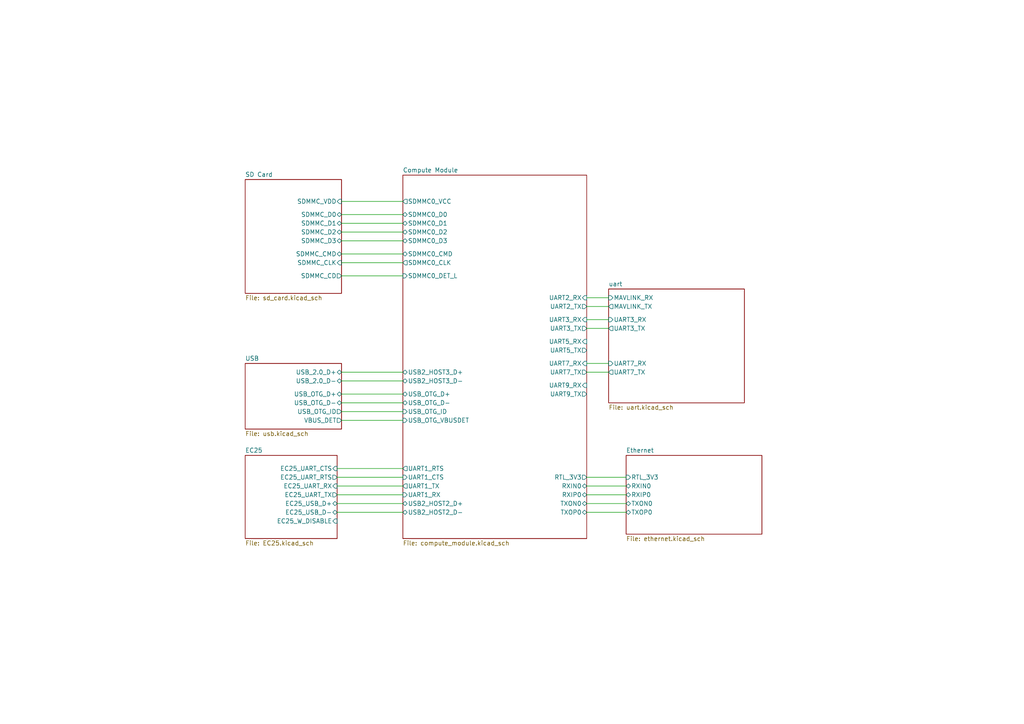
<source format=kicad_sch>
(kicad_sch
	(version 20250114)
	(generator "eeschema")
	(generator_version "9.0")
	(uuid "ebd96e19-6f65-4022-a6da-be26c0716f8e")
	(paper "A4")
	(title_block
		(title "LTE Link")
		(rev "v0.1")
		(company "UBCO Aerospace")
		(comment 1 "Author: Felix Perron")
	)
	(lib_symbols)
	(wire
		(pts
			(xy 170.18 146.05) (xy 181.61 146.05)
		)
		(stroke
			(width 0)
			(type default)
		)
		(uuid "06a38d7e-f5ce-44a3-aec4-c3b375b1b126")
	)
	(wire
		(pts
			(xy 170.18 143.51) (xy 181.61 143.51)
		)
		(stroke
			(width 0)
			(type default)
		)
		(uuid "08744144-be5e-407c-9b4a-1c04a3507dc3")
	)
	(wire
		(pts
			(xy 97.79 143.51) (xy 116.84 143.51)
		)
		(stroke
			(width 0)
			(type default)
		)
		(uuid "09c969a9-0bcf-4e01-b1ac-3c86c0cd9b6f")
	)
	(wire
		(pts
			(xy 99.06 121.92) (xy 116.84 121.92)
		)
		(stroke
			(width 0)
			(type default)
		)
		(uuid "166ef8d7-44e3-402a-98c7-cc3424922b2d")
	)
	(wire
		(pts
			(xy 99.06 67.31) (xy 116.84 67.31)
		)
		(stroke
			(width 0)
			(type default)
		)
		(uuid "221c082c-2caf-4784-bc1c-391decb81d57")
	)
	(wire
		(pts
			(xy 99.06 73.66) (xy 116.84 73.66)
		)
		(stroke
			(width 0)
			(type default)
		)
		(uuid "22c5ba2f-c58a-49ea-8844-d4ebc16034f3")
	)
	(wire
		(pts
			(xy 99.06 116.84) (xy 116.84 116.84)
		)
		(stroke
			(width 0)
			(type default)
		)
		(uuid "29486345-e455-42a1-89cf-1ba53321d22f")
	)
	(wire
		(pts
			(xy 170.18 148.59) (xy 181.61 148.59)
		)
		(stroke
			(width 0)
			(type default)
		)
		(uuid "2baef637-b44b-4021-8dbc-05069f55ae43")
	)
	(wire
		(pts
			(xy 99.06 107.95) (xy 116.84 107.95)
		)
		(stroke
			(width 0)
			(type default)
		)
		(uuid "2e0eaf9a-5a7e-4295-8e0b-55808dce13c5")
	)
	(wire
		(pts
			(xy 99.06 58.42) (xy 116.84 58.42)
		)
		(stroke
			(width 0)
			(type default)
		)
		(uuid "3073b4db-356a-45b8-85f6-54c3da59006c")
	)
	(wire
		(pts
			(xy 170.18 86.36) (xy 176.53 86.36)
		)
		(stroke
			(width 0)
			(type default)
		)
		(uuid "33bcb449-d9dd-439d-9f56-5a3269e5184f")
	)
	(wire
		(pts
			(xy 99.06 76.2) (xy 116.84 76.2)
		)
		(stroke
			(width 0)
			(type default)
		)
		(uuid "4bb7a6f4-684e-4363-a3e1-a5f2cec40819")
	)
	(wire
		(pts
			(xy 99.06 64.77) (xy 116.84 64.77)
		)
		(stroke
			(width 0)
			(type default)
		)
		(uuid "5f46b98b-f367-4a26-a063-fab083d45b73")
	)
	(wire
		(pts
			(xy 99.06 119.38) (xy 116.84 119.38)
		)
		(stroke
			(width 0)
			(type default)
		)
		(uuid "65d92459-487d-4651-ab72-68ecdc3d0e6a")
	)
	(wire
		(pts
			(xy 99.06 80.01) (xy 116.84 80.01)
		)
		(stroke
			(width 0)
			(type default)
		)
		(uuid "6afcb833-8431-409b-957e-fd68fec3beaa")
	)
	(wire
		(pts
			(xy 170.18 138.43) (xy 181.61 138.43)
		)
		(stroke
			(width 0)
			(type default)
		)
		(uuid "6df94575-2c44-4840-833a-cf7cc06c6fd6")
	)
	(wire
		(pts
			(xy 97.79 135.89) (xy 116.84 135.89)
		)
		(stroke
			(width 0)
			(type default)
		)
		(uuid "92eeab8d-5830-47fe-bb6a-6f82ecc219ac")
	)
	(wire
		(pts
			(xy 170.18 88.9) (xy 176.53 88.9)
		)
		(stroke
			(width 0)
			(type default)
		)
		(uuid "9a0755ff-f09a-4d12-a013-2c9824c8121f")
	)
	(wire
		(pts
			(xy 97.79 146.05) (xy 116.84 146.05)
		)
		(stroke
			(width 0)
			(type default)
		)
		(uuid "9c1e5673-4b7d-428a-95b5-fd4900cab188")
	)
	(wire
		(pts
			(xy 99.06 114.3) (xy 116.84 114.3)
		)
		(stroke
			(width 0)
			(type default)
		)
		(uuid "9ce30a83-4879-4124-80e0-b1805b59df34")
	)
	(wire
		(pts
			(xy 97.79 148.59) (xy 116.84 148.59)
		)
		(stroke
			(width 0)
			(type default)
		)
		(uuid "9db745fd-b9f4-47aa-9800-4d42e868d08d")
	)
	(wire
		(pts
			(xy 97.79 140.97) (xy 116.84 140.97)
		)
		(stroke
			(width 0)
			(type default)
		)
		(uuid "a117e388-8bfc-4f54-8b0b-c92d445139a1")
	)
	(wire
		(pts
			(xy 170.18 105.41) (xy 176.53 105.41)
		)
		(stroke
			(width 0)
			(type default)
		)
		(uuid "ab036f7e-dee8-4c7b-ad36-eac9fbba0a68")
	)
	(wire
		(pts
			(xy 170.18 140.97) (xy 181.61 140.97)
		)
		(stroke
			(width 0)
			(type default)
		)
		(uuid "b9fc4458-bea3-4fb9-8699-88f2b90edc61")
	)
	(wire
		(pts
			(xy 99.06 110.49) (xy 116.84 110.49)
		)
		(stroke
			(width 0)
			(type default)
		)
		(uuid "bd28f830-42cd-4a34-9ac4-ba8244e99f99")
	)
	(wire
		(pts
			(xy 97.79 138.43) (xy 116.84 138.43)
		)
		(stroke
			(width 0)
			(type default)
		)
		(uuid "c28033ea-0a54-49cd-a88e-0912b5b52edd")
	)
	(wire
		(pts
			(xy 170.18 92.71) (xy 176.53 92.71)
		)
		(stroke
			(width 0)
			(type default)
		)
		(uuid "c8c4c8e2-407a-4912-b345-bc16e4d931e0")
	)
	(wire
		(pts
			(xy 170.18 95.25) (xy 176.53 95.25)
		)
		(stroke
			(width 0)
			(type default)
		)
		(uuid "ecbad276-4919-4cc8-88c9-e9fbb6bc344e")
	)
	(wire
		(pts
			(xy 99.06 62.23) (xy 116.84 62.23)
		)
		(stroke
			(width 0)
			(type default)
		)
		(uuid "f23f20a6-58da-4aa4-b0ec-18d28f9c7a30")
	)
	(wire
		(pts
			(xy 170.18 107.95) (xy 176.53 107.95)
		)
		(stroke
			(width 0)
			(type default)
		)
		(uuid "f52028ac-5548-4449-a40b-b6e8d93ef232")
	)
	(wire
		(pts
			(xy 99.06 69.85) (xy 116.84 69.85)
		)
		(stroke
			(width 0)
			(type default)
		)
		(uuid "ffb5ae5a-b1f5-42b8-8f07-b1970748f621")
	)
	(sheet
		(at 176.53 83.82)
		(size 39.37 33.02)
		(exclude_from_sim no)
		(in_bom yes)
		(on_board yes)
		(dnp no)
		(fields_autoplaced yes)
		(stroke
			(width 0.1524)
			(type solid)
		)
		(fill
			(color 0 0 0 0.0000)
		)
		(uuid "1f51a8cf-4ed0-4d00-bcb9-e34ac73c8e7e")
		(property "Sheetname" "uart"
			(at 176.53 83.1084 0)
			(effects
				(font
					(size 1.27 1.27)
				)
				(justify left bottom)
			)
		)
		(property "Sheetfile" "uart.kicad_sch"
			(at 176.53 117.4246 0)
			(effects
				(font
					(size 1.27 1.27)
				)
				(justify left top)
			)
		)
		(pin "MAVLINK_RX" input
			(at 176.53 86.36 180)
			(uuid "b47825a8-dd74-464f-bbbd-74b85a38eba5")
			(effects
				(font
					(size 1.27 1.27)
				)
				(justify left)
			)
		)
		(pin "MAVLINK_TX" output
			(at 176.53 88.9 180)
			(uuid "502c86e2-9577-4595-a1e6-6f631cae5ddd")
			(effects
				(font
					(size 1.27 1.27)
				)
				(justify left)
			)
		)
		(pin "UART3_RX" input
			(at 176.53 92.71 180)
			(uuid "ab8b8c38-6a77-46fe-870b-ba1cb7151225")
			(effects
				(font
					(size 1.27 1.27)
				)
				(justify left)
			)
		)
		(pin "UART3_TX" output
			(at 176.53 95.25 180)
			(uuid "d5a741d9-dc05-4de0-a5e5-1a00069e2838")
			(effects
				(font
					(size 1.27 1.27)
				)
				(justify left)
			)
		)
		(pin "UART7_RX" input
			(at 176.53 105.41 180)
			(uuid "a94cd65f-3b8d-4dfa-add3-21dfd49e5254")
			(effects
				(font
					(size 1.27 1.27)
				)
				(justify left)
			)
		)
		(pin "UART7_TX" output
			(at 176.53 107.95 180)
			(uuid "af957bae-fc62-4050-b21c-b79dbe1edad0")
			(effects
				(font
					(size 1.27 1.27)
				)
				(justify left)
			)
		)
		(instances
			(project "LTELink"
				(path "/ebd96e19-6f65-4022-a6da-be26c0716f8e"
					(page "6")
				)
			)
		)
	)
	(sheet
		(at 71.12 52.07)
		(size 27.94 33.02)
		(exclude_from_sim no)
		(in_bom yes)
		(on_board yes)
		(dnp no)
		(fields_autoplaced yes)
		(stroke
			(width 0.1524)
			(type solid)
		)
		(fill
			(color 0 0 0 0.0000)
		)
		(uuid "3741df15-31c9-4d03-a649-cf8a42315583")
		(property "Sheetname" "SD Card"
			(at 71.12 51.3584 0)
			(effects
				(font
					(size 1.27 1.27)
				)
				(justify left bottom)
			)
		)
		(property "Sheetfile" "sd_card.kicad_sch"
			(at 71.12 85.6746 0)
			(effects
				(font
					(size 1.27 1.27)
				)
				(justify left top)
			)
		)
		(pin "SDMMC_CLK" input
			(at 99.06 76.2 0)
			(uuid "1dc9b11d-a2bc-4809-9356-08f7c09fdc52")
			(effects
				(font
					(size 1.27 1.27)
				)
				(justify right)
			)
		)
		(pin "SDMMC_CMD" bidirectional
			(at 99.06 73.66 0)
			(uuid "9e077056-ce1e-400c-bcfd-9599e2185822")
			(effects
				(font
					(size 1.27 1.27)
				)
				(justify right)
			)
		)
		(pin "SDMMC_D0" bidirectional
			(at 99.06 62.23 0)
			(uuid "6a79f639-5791-47a4-bd99-4aa1a3d07cce")
			(effects
				(font
					(size 1.27 1.27)
				)
				(justify right)
			)
		)
		(pin "SDMMC_D1" bidirectional
			(at 99.06 64.77 0)
			(uuid "a021cf1f-c83b-4180-aa80-3d6d73e3ec72")
			(effects
				(font
					(size 1.27 1.27)
				)
				(justify right)
			)
		)
		(pin "SDMMC_D2" bidirectional
			(at 99.06 67.31 0)
			(uuid "ba1ab12b-2902-4f68-86aa-09aa974dcc53")
			(effects
				(font
					(size 1.27 1.27)
				)
				(justify right)
			)
		)
		(pin "SDMMC_D3" bidirectional
			(at 99.06 69.85 0)
			(uuid "79683284-5dbc-479c-b475-a5554d1ef914")
			(effects
				(font
					(size 1.27 1.27)
				)
				(justify right)
			)
		)
		(pin "SDMMC_VDD" input
			(at 99.06 58.42 0)
			(uuid "6ec55923-ca1b-4d6e-aabf-fec72bedd800")
			(effects
				(font
					(size 1.27 1.27)
				)
				(justify right)
			)
		)
		(pin "SDMMC_CD" output
			(at 99.06 80.01 0)
			(uuid "af972d4d-171b-4023-bb13-0dbeaca46bda")
			(effects
				(font
					(size 1.27 1.27)
				)
				(justify right)
			)
		)
		(instances
			(project "LTELink"
				(path "/ebd96e19-6f65-4022-a6da-be26c0716f8e"
					(page "7")
				)
			)
		)
	)
	(sheet
		(at 181.61 132.08)
		(size 39.37 22.86)
		(exclude_from_sim no)
		(in_bom yes)
		(on_board yes)
		(dnp no)
		(fields_autoplaced yes)
		(stroke
			(width 0.1524)
			(type solid)
		)
		(fill
			(color 0 0 0 0.0000)
		)
		(uuid "76b1a870-e345-41cc-887f-c3b81be4cbe1")
		(property "Sheetname" "Ethernet"
			(at 181.61 131.3684 0)
			(effects
				(font
					(size 1.27 1.27)
				)
				(justify left bottom)
			)
		)
		(property "Sheetfile" "ethernet.kicad_sch"
			(at 181.61 155.5246 0)
			(effects
				(font
					(size 1.27 1.27)
				)
				(justify left top)
			)
		)
		(pin "RXIN0" bidirectional
			(at 181.61 140.97 180)
			(uuid "b39ddfd1-3ced-4f1e-868f-cd3192f300d5")
			(effects
				(font
					(size 1.27 1.27)
				)
				(justify left)
			)
		)
		(pin "RXIP0" bidirectional
			(at 181.61 143.51 180)
			(uuid "1e3e462e-a8ea-4303-a50d-9e497508e14c")
			(effects
				(font
					(size 1.27 1.27)
				)
				(justify left)
			)
		)
		(pin "TXON0" bidirectional
			(at 181.61 146.05 180)
			(uuid "b11c92a6-e9af-41b3-a045-ac1eea1bfbfa")
			(effects
				(font
					(size 1.27 1.27)
				)
				(justify left)
			)
		)
		(pin "TXOP0" bidirectional
			(at 181.61 148.59 180)
			(uuid "5dbfa13b-e02e-4364-887b-e53d3a8ad9cd")
			(effects
				(font
					(size 1.27 1.27)
				)
				(justify left)
			)
		)
		(pin "RTL_3V3" input
			(at 181.61 138.43 180)
			(uuid "9653d00f-9c5f-4615-81f6-92af306282cb")
			(effects
				(font
					(size 1.27 1.27)
				)
				(justify left)
			)
		)
		(instances
			(project "LTELink"
				(path "/ebd96e19-6f65-4022-a6da-be26c0716f8e"
					(page "3")
				)
			)
		)
	)
	(sheet
		(at 71.12 105.41)
		(size 27.94 19.05)
		(exclude_from_sim no)
		(in_bom yes)
		(on_board yes)
		(dnp no)
		(fields_autoplaced yes)
		(stroke
			(width 0.1524)
			(type solid)
		)
		(fill
			(color 0 0 0 0.0000)
		)
		(uuid "9ae95502-5895-429a-9658-dcc355299464")
		(property "Sheetname" "USB"
			(at 71.12 104.6984 0)
			(effects
				(font
					(size 1.27 1.27)
				)
				(justify left bottom)
			)
		)
		(property "Sheetfile" "usb.kicad_sch"
			(at 71.12 125.0446 0)
			(effects
				(font
					(size 1.27 1.27)
				)
				(justify left top)
			)
		)
		(pin "USB_2.0_D+" bidirectional
			(at 99.06 107.95 0)
			(uuid "6dab48a7-e133-4754-97e6-0f97133b8e25")
			(effects
				(font
					(size 1.27 1.27)
				)
				(justify right)
			)
		)
		(pin "USB_2.0_D-" bidirectional
			(at 99.06 110.49 0)
			(uuid "694da36e-cae1-4ba4-9eeb-e778d3d2d96e")
			(effects
				(font
					(size 1.27 1.27)
				)
				(justify right)
			)
		)
		(pin "USB_OTG_D+" bidirectional
			(at 99.06 114.3 0)
			(uuid "9b771b86-6b74-4cb9-8e33-16b75f8ee1bd")
			(effects
				(font
					(size 1.27 1.27)
				)
				(justify right)
			)
		)
		(pin "USB_OTG_D-" bidirectional
			(at 99.06 116.84 0)
			(uuid "a49fb0f4-5d16-4b02-90ff-723cc758f3bb")
			(effects
				(font
					(size 1.27 1.27)
				)
				(justify right)
			)
		)
		(pin "USB_OTG_ID" output
			(at 99.06 119.38 0)
			(uuid "91770a8b-97cb-4699-b175-e84ffeca15b8")
			(effects
				(font
					(size 1.27 1.27)
				)
				(justify right)
			)
		)
		(pin "VBUS_DET" output
			(at 99.06 121.92 0)
			(uuid "d9f2e792-a7f1-4349-8ac2-11f7fedb480f")
			(effects
				(font
					(size 1.27 1.27)
				)
				(justify right)
			)
		)
		(instances
			(project "LTELink"
				(path "/ebd96e19-6f65-4022-a6da-be26c0716f8e"
					(page "5")
				)
			)
		)
	)
	(sheet
		(at 71.12 132.08)
		(size 26.67 24.13)
		(exclude_from_sim no)
		(in_bom yes)
		(on_board yes)
		(dnp no)
		(fields_autoplaced yes)
		(stroke
			(width 0.1524)
			(type solid)
		)
		(fill
			(color 0 0 0 0.0000)
		)
		(uuid "b24baf21-5816-49e9-9ae3-74bfac20cf13")
		(property "Sheetname" "EC25"
			(at 71.12 131.3684 0)
			(effects
				(font
					(size 1.27 1.27)
				)
				(justify left bottom)
			)
		)
		(property "Sheetfile" "EC25.kicad_sch"
			(at 71.12 156.7946 0)
			(effects
				(font
					(size 1.27 1.27)
				)
				(justify left top)
			)
		)
		(pin "EC25_UART_CTS" input
			(at 97.79 135.89 0)
			(uuid "71e2dfbe-1831-4585-8657-d89e87992f1d")
			(effects
				(font
					(size 1.27 1.27)
				)
				(justify right)
			)
		)
		(pin "EC25_UART_RTS" output
			(at 97.79 138.43 0)
			(uuid "52b133b9-c33e-49ad-a0da-a0254d69cef5")
			(effects
				(font
					(size 1.27 1.27)
				)
				(justify right)
			)
		)
		(pin "EC25_UART_RX" input
			(at 97.79 140.97 0)
			(uuid "d81e30d1-625e-4445-a1bc-51d9be9a4b55")
			(effects
				(font
					(size 1.27 1.27)
				)
				(justify right)
			)
		)
		(pin "EC25_UART_TX" output
			(at 97.79 143.51 0)
			(uuid "fc185712-cd04-489c-8225-181ff4efa75d")
			(effects
				(font
					(size 1.27 1.27)
				)
				(justify right)
			)
		)
		(pin "EC25_USB_D+" bidirectional
			(at 97.79 146.05 0)
			(uuid "c03c802a-a1f4-4a5c-bcb7-b0d91e45b142")
			(effects
				(font
					(size 1.27 1.27)
				)
				(justify right)
			)
		)
		(pin "EC25_USB_D-" bidirectional
			(at 97.79 148.59 0)
			(uuid "d643cb6c-6284-4262-9faa-94ffd3970a7c")
			(effects
				(font
					(size 1.27 1.27)
				)
				(justify right)
			)
		)
		(pin "EC25_W_DISABLE" input
			(at 97.79 151.13 0)
			(uuid "0f53077e-4f0d-4780-9dd9-67fa814c12c6")
			(effects
				(font
					(size 1.27 1.27)
				)
				(justify right)
			)
		)
		(instances
			(project "LTELink"
				(path "/ebd96e19-6f65-4022-a6da-be26c0716f8e"
					(page "2")
				)
			)
		)
	)
	(sheet
		(at 116.84 50.8)
		(size 53.34 105.41)
		(exclude_from_sim no)
		(in_bom yes)
		(on_board yes)
		(dnp no)
		(fields_autoplaced yes)
		(stroke
			(width 0.1524)
			(type solid)
		)
		(fill
			(color 0 0 0 0.0000)
		)
		(uuid "ea7282f8-f7da-4c85-804f-2846e880a5d1")
		(property "Sheetname" "Compute Module"
			(at 116.84 50.0884 0)
			(effects
				(font
					(size 1.27 1.27)
				)
				(justify left bottom)
			)
		)
		(property "Sheetfile" "compute_module.kicad_sch"
			(at 116.84 156.7946 0)
			(effects
				(font
					(size 1.27 1.27)
				)
				(justify left top)
			)
		)
		(pin "RXIN0" bidirectional
			(at 170.18 140.97 0)
			(uuid "0253d15f-31b8-423a-a778-162adfb6e241")
			(effects
				(font
					(size 1.27 1.27)
				)
				(justify right)
			)
		)
		(pin "RXIP0" bidirectional
			(at 170.18 143.51 0)
			(uuid "c96371ee-0362-4882-abc4-3517ed2e519a")
			(effects
				(font
					(size 1.27 1.27)
				)
				(justify right)
			)
		)
		(pin "TXON0" bidirectional
			(at 170.18 146.05 0)
			(uuid "fc5368f4-6db7-47e8-aaec-98fa65139ef7")
			(effects
				(font
					(size 1.27 1.27)
				)
				(justify right)
			)
		)
		(pin "TXOP0" bidirectional
			(at 170.18 148.59 0)
			(uuid "5aa6e4b3-1d64-4fbc-91d8-1f2b13f9d6ac")
			(effects
				(font
					(size 1.27 1.27)
				)
				(justify right)
			)
		)
		(pin "USB2_HOST2_D+" bidirectional
			(at 116.84 146.05 180)
			(uuid "7c06f5e9-4426-41fa-b123-79407d41b893")
			(effects
				(font
					(size 1.27 1.27)
				)
				(justify left)
			)
		)
		(pin "USB2_HOST2_D-" bidirectional
			(at 116.84 148.59 180)
			(uuid "3f5aa58d-7593-4c62-9313-d8a3a46d571c")
			(effects
				(font
					(size 1.27 1.27)
				)
				(justify left)
			)
		)
		(pin "RTL_3V3" output
			(at 170.18 138.43 0)
			(uuid "97d5bb4f-d8b0-45cc-8f71-21ea95d2803c")
			(effects
				(font
					(size 1.27 1.27)
				)
				(justify right)
			)
		)
		(pin "UART1_CTS" input
			(at 116.84 138.43 180)
			(uuid "cf48bfed-217a-4e5b-9760-2c4960d8854f")
			(effects
				(font
					(size 1.27 1.27)
				)
				(justify left)
			)
		)
		(pin "UART1_RTS" output
			(at 116.84 135.89 180)
			(uuid "38c22faa-b6a4-4d97-a4b1-228632cc06c2")
			(effects
				(font
					(size 1.27 1.27)
				)
				(justify left)
			)
		)
		(pin "UART1_RX" input
			(at 116.84 143.51 180)
			(uuid "916a14f7-6b85-4f7f-9408-bcaecbd5f102")
			(effects
				(font
					(size 1.27 1.27)
				)
				(justify left)
			)
		)
		(pin "UART1_TX" output
			(at 116.84 140.97 180)
			(uuid "43bbd353-c6cc-4cb6-a774-6f47df809532")
			(effects
				(font
					(size 1.27 1.27)
				)
				(justify left)
			)
		)
		(pin "UART2_RX" input
			(at 170.18 86.36 0)
			(uuid "b08839a9-361d-41c1-923b-9588a400d26a")
			(effects
				(font
					(size 1.27 1.27)
				)
				(justify right)
			)
		)
		(pin "UART2_TX" output
			(at 170.18 88.9 0)
			(uuid "c6aaea2e-6816-4009-bc6c-ddb5475fea88")
			(effects
				(font
					(size 1.27 1.27)
				)
				(justify right)
			)
		)
		(pin "UART3_RX" input
			(at 170.18 92.71 0)
			(uuid "de910151-ff3b-45c5-89c5-3c8abc027ac9")
			(effects
				(font
					(size 1.27 1.27)
				)
				(justify right)
			)
		)
		(pin "UART3_TX" output
			(at 170.18 95.25 0)
			(uuid "01396a77-2d4a-4250-9cfc-92ac7f1b7e49")
			(effects
				(font
					(size 1.27 1.27)
				)
				(justify right)
			)
		)
		(pin "UART5_RX" input
			(at 170.18 99.06 0)
			(uuid "702ea8de-3c8e-414f-9dc1-1c7b51eb2c62")
			(effects
				(font
					(size 1.27 1.27)
				)
				(justify right)
			)
		)
		(pin "UART5_TX" output
			(at 170.18 101.6 0)
			(uuid "c353aac4-a665-4b19-8b5f-b4ad17989d06")
			(effects
				(font
					(size 1.27 1.27)
				)
				(justify right)
			)
		)
		(pin "UART7_RX" input
			(at 170.18 105.41 0)
			(uuid "3ee362d0-c816-4b1d-aaa7-cd986ad5f51f")
			(effects
				(font
					(size 1.27 1.27)
				)
				(justify right)
			)
		)
		(pin "UART7_TX" output
			(at 170.18 107.95 0)
			(uuid "3b03a7b1-fb6f-4801-b839-5500120c3475")
			(effects
				(font
					(size 1.27 1.27)
				)
				(justify right)
			)
		)
		(pin "UART9_RX" input
			(at 170.18 111.76 0)
			(uuid "d3b0eaa0-7016-4588-aeec-70228ebf681e")
			(effects
				(font
					(size 1.27 1.27)
				)
				(justify right)
			)
		)
		(pin "UART9_TX" output
			(at 170.18 114.3 0)
			(uuid "292148eb-85a3-49bd-8f13-5de356a2514b")
			(effects
				(font
					(size 1.27 1.27)
				)
				(justify right)
			)
		)
		(pin "USB2_HOST3_D+" bidirectional
			(at 116.84 107.95 180)
			(uuid "eedc7b56-ff5a-4159-8f0f-f1b6f519fdef")
			(effects
				(font
					(size 1.27 1.27)
				)
				(justify left)
			)
		)
		(pin "USB2_HOST3_D-" bidirectional
			(at 116.84 110.49 180)
			(uuid "00abc4cf-4697-42c4-a732-ac978bd2a3b0")
			(effects
				(font
					(size 1.27 1.27)
				)
				(justify left)
			)
		)
		(pin "USB_OTG_D+" bidirectional
			(at 116.84 114.3 180)
			(uuid "5ba01ce4-1916-4920-8dfe-fc17c6b976bc")
			(effects
				(font
					(size 1.27 1.27)
				)
				(justify left)
			)
		)
		(pin "USB_OTG_D-" bidirectional
			(at 116.84 116.84 180)
			(uuid "8f635d80-b278-4603-9ba8-6781383d4a46")
			(effects
				(font
					(size 1.27 1.27)
				)
				(justify left)
			)
		)
		(pin "USB_OTG_ID" input
			(at 116.84 119.38 180)
			(uuid "35242e8d-ef7e-4531-b63f-2435b3c741ce")
			(effects
				(font
					(size 1.27 1.27)
				)
				(justify left)
			)
		)
		(pin "USB_OTG_VBUSDET" input
			(at 116.84 121.92 180)
			(uuid "ae57bdfd-b916-4d4b-a9e0-471091e47a65")
			(effects
				(font
					(size 1.27 1.27)
				)
				(justify left)
			)
		)
		(pin "SDMMC0_CLK" output
			(at 116.84 76.2 180)
			(uuid "8bb7a39d-8b9a-4155-a725-4ca464be553d")
			(effects
				(font
					(size 1.27 1.27)
				)
				(justify left)
			)
		)
		(pin "SDMMC0_CMD" bidirectional
			(at 116.84 73.66 180)
			(uuid "dd156144-2e7f-4e2c-b5f1-ec1033e7f496")
			(effects
				(font
					(size 1.27 1.27)
				)
				(justify left)
			)
		)
		(pin "SDMMC0_D0" bidirectional
			(at 116.84 62.23 180)
			(uuid "9c1fac2d-4e10-49eb-8f73-33cd5d93156d")
			(effects
				(font
					(size 1.27 1.27)
				)
				(justify left)
			)
		)
		(pin "SDMMC0_D1" bidirectional
			(at 116.84 64.77 180)
			(uuid "1c0ac378-e754-4703-8ea8-36145b542c79")
			(effects
				(font
					(size 1.27 1.27)
				)
				(justify left)
			)
		)
		(pin "SDMMC0_D2" bidirectional
			(at 116.84 67.31 180)
			(uuid "acad1847-0d49-4ed9-b36d-86f4c57a9e27")
			(effects
				(font
					(size 1.27 1.27)
				)
				(justify left)
			)
		)
		(pin "SDMMC0_D3" bidirectional
			(at 116.84 69.85 180)
			(uuid "b8092b2e-70ae-4549-bd9b-8d14acbb182e")
			(effects
				(font
					(size 1.27 1.27)
				)
				(justify left)
			)
		)
		(pin "SDMMC0_DET_L" input
			(at 116.84 80.01 180)
			(uuid "370755a1-c9f6-4c59-ac6b-5a09ae4f8ec3")
			(effects
				(font
					(size 1.27 1.27)
				)
				(justify left)
			)
		)
		(pin "SDMMC0_VCC" output
			(at 116.84 58.42 180)
			(uuid "cf59303b-c04b-44f8-b5cb-a225f3571f89")
			(effects
				(font
					(size 1.27 1.27)
				)
				(justify left)
			)
		)
		(instances
			(project "LTELink"
				(path "/ebd96e19-6f65-4022-a6da-be26c0716f8e"
					(page "4")
				)
			)
		)
	)
	(sheet_instances
		(path "/"
			(page "1")
		)
	)
	(embedded_fonts no)
)

</source>
